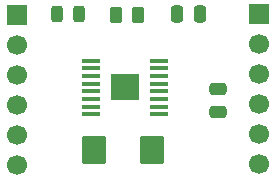
<source format=gts>
G04 #@! TF.GenerationSoftware,KiCad,Pcbnew,9.0.1*
G04 #@! TF.CreationDate,2025-08-23T10:31:58+05:00*
G04 #@! TF.ProjectId,motor_driver,6d6f746f-725f-4647-9269-7665722e6b69,rev?*
G04 #@! TF.SameCoordinates,Original*
G04 #@! TF.FileFunction,Soldermask,Top*
G04 #@! TF.FilePolarity,Negative*
%FSLAX46Y46*%
G04 Gerber Fmt 4.6, Leading zero omitted, Abs format (unit mm)*
G04 Created by KiCad (PCBNEW 9.0.1) date 2025-08-23 10:31:58*
%MOMM*%
%LPD*%
G01*
G04 APERTURE LIST*
G04 Aperture macros list*
%AMRoundRect*
0 Rectangle with rounded corners*
0 $1 Rounding radius*
0 $2 $3 $4 $5 $6 $7 $8 $9 X,Y pos of 4 corners*
0 Add a 4 corners polygon primitive as box body*
4,1,4,$2,$3,$4,$5,$6,$7,$8,$9,$2,$3,0*
0 Add four circle primitives for the rounded corners*
1,1,$1+$1,$2,$3*
1,1,$1+$1,$4,$5*
1,1,$1+$1,$6,$7*
1,1,$1+$1,$8,$9*
0 Add four rect primitives between the rounded corners*
20,1,$1+$1,$2,$3,$4,$5,0*
20,1,$1+$1,$4,$5,$6,$7,0*
20,1,$1+$1,$6,$7,$8,$9,0*
20,1,$1+$1,$8,$9,$2,$3,0*%
G04 Aperture macros list end*
%ADD10R,1.700000X1.700000*%
%ADD11C,1.700000*%
%ADD12RoundRect,0.250000X-0.250000X-0.475000X0.250000X-0.475000X0.250000X0.475000X-0.250000X0.475000X0*%
%ADD13RoundRect,0.250000X-0.475000X0.250000X-0.475000X-0.250000X0.475000X-0.250000X0.475000X0.250000X0*%
%ADD14RoundRect,0.250000X-0.262500X-0.450000X0.262500X-0.450000X0.262500X0.450000X-0.262500X0.450000X0*%
%ADD15R,2.460000X2.310000*%
%ADD16RoundRect,0.100000X-0.687500X-0.100000X0.687500X-0.100000X0.687500X0.100000X-0.687500X0.100000X0*%
%ADD17RoundRect,0.243750X0.243750X0.456250X-0.243750X0.456250X-0.243750X-0.456250X0.243750X-0.456250X0*%
%ADD18RoundRect,0.250000X-0.785000X-0.945000X0.785000X-0.945000X0.785000X0.945000X-0.785000X0.945000X0*%
G04 APERTURE END LIST*
D10*
X148450000Y-89540000D03*
D11*
X148450000Y-92080000D03*
X148450000Y-94620000D03*
X148450000Y-97160000D03*
X148450000Y-99700000D03*
X148450000Y-102240000D03*
D12*
X162050000Y-89515000D03*
X163950000Y-89515000D03*
D13*
X165500000Y-95850000D03*
X165500000Y-97750000D03*
D14*
X156875000Y-89545000D03*
X158700000Y-89545000D03*
D15*
X157650000Y-95700000D03*
D16*
X154787500Y-93425000D03*
X154787500Y-94075000D03*
X154787500Y-94725000D03*
X154787500Y-95375000D03*
X154787500Y-96025000D03*
X154787500Y-96675000D03*
X154787500Y-97325000D03*
X154787500Y-97975000D03*
X160512500Y-97975000D03*
X160512500Y-97325000D03*
X160512500Y-96675000D03*
X160512500Y-96025000D03*
X160512500Y-95375000D03*
X160512500Y-94725000D03*
X160512500Y-94075000D03*
X160512500Y-93425000D03*
D17*
X153737500Y-89500000D03*
X151862500Y-89500000D03*
D18*
X154980000Y-101000000D03*
X159920000Y-101000000D03*
D10*
X168950000Y-89520000D03*
D11*
X168950000Y-92060000D03*
X168950000Y-94600000D03*
X168950000Y-97140000D03*
X168950000Y-99680000D03*
X168950000Y-102220000D03*
M02*

</source>
